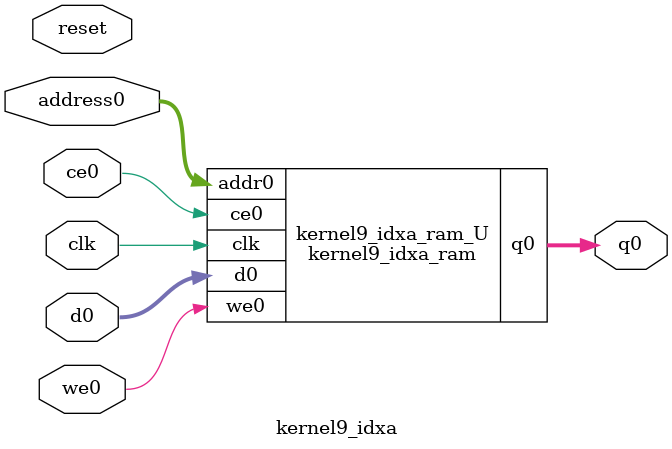
<source format=v>
`timescale 1 ns / 1 ps
module kernel9_idxa_ram (addr0, ce0, d0, we0, q0,  clk);

parameter DWIDTH = 32;
parameter AWIDTH = 7;
parameter MEM_SIZE = 128;

input[AWIDTH-1:0] addr0;
input ce0;
input[DWIDTH-1:0] d0;
input we0;
output reg[DWIDTH-1:0] q0;
input clk;

(* ram_style = "block" *)reg [DWIDTH-1:0] ram[0:MEM_SIZE-1];




always @(posedge clk)  
begin 
    if (ce0) 
    begin
        if (we0) 
        begin 
            ram[addr0] <= d0; 
        end 
        q0 <= ram[addr0];
    end
end


endmodule

`timescale 1 ns / 1 ps
module kernel9_idxa(
    reset,
    clk,
    address0,
    ce0,
    we0,
    d0,
    q0);

parameter DataWidth = 32'd32;
parameter AddressRange = 32'd128;
parameter AddressWidth = 32'd7;
input reset;
input clk;
input[AddressWidth - 1:0] address0;
input ce0;
input we0;
input[DataWidth - 1:0] d0;
output[DataWidth - 1:0] q0;



kernel9_idxa_ram kernel9_idxa_ram_U(
    .clk( clk ),
    .addr0( address0 ),
    .ce0( ce0 ),
    .we0( we0 ),
    .d0( d0 ),
    .q0( q0 ));

endmodule


</source>
